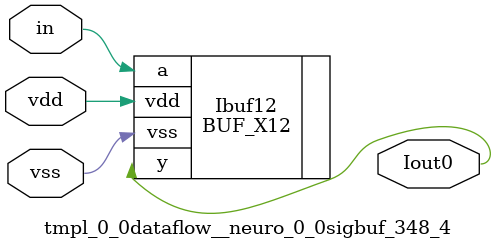
<source format=v>
module tmpl_0_0dataflow__neuro_0_0sigbuf_348_4(in, Iout0 , vdd, vss); 
   input vdd;
   input vss;
   input in;
   

// -- signals ---
   wire in;
   output Iout0 ;

// --- instances
BUF_X12 Ibuf12  (.y(Iout0 ), .a(in), .vdd(vdd), .vss(vss));
endmodule
</source>
